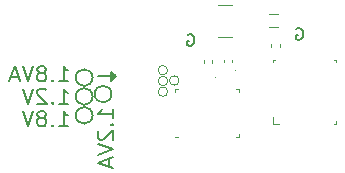
<source format=gbr>
%TF.GenerationSoftware,KiCad,Pcbnew,7.0.6*%
%TF.CreationDate,2023-09-10T10:14:11-04:00*%
%TF.ProjectId,headstage-neuropix1e,68656164-7374-4616-9765-2d6e6575726f,B*%
%TF.SameCoordinates,Original*%
%TF.FileFunction,Legend,Bot*%
%TF.FilePolarity,Positive*%
%FSLAX46Y46*%
G04 Gerber Fmt 4.6, Leading zero omitted, Abs format (unit mm)*
G04 Created by KiCad (PCBNEW 7.0.6) date 2023-09-10 10:14:11*
%MOMM*%
%LPD*%
G01*
G04 APERTURE LIST*
%ADD10C,0.200000*%
%ADD11C,0.150000*%
%ADD12C,0.120000*%
G04 APERTURE END LIST*
D10*
X131100000Y-93000000D02*
X131100000Y-93400000D01*
D11*
X131007107Y-94700000D02*
G75*
G03*
X131007107Y-94700000I-707107J0D01*
G01*
X129407107Y-93307106D02*
G75*
G03*
X129407107Y-93307106I-707107J0D01*
G01*
X129407107Y-96500000D02*
G75*
G03*
X129407107Y-96500000I-707107J0D01*
G01*
D10*
X129900000Y-93200000D02*
X131400000Y-93200000D01*
X131000000Y-93600000D02*
X131400000Y-93200000D01*
X131400000Y-93200000D02*
X131000000Y-92800000D01*
X131000000Y-92800000D02*
X131000000Y-93600000D01*
D11*
X129407107Y-94900000D02*
G75*
G03*
X129407107Y-94900000I-707107J0D01*
G01*
D10*
X146666517Y-89154838D02*
X146761755Y-89107219D01*
X146761755Y-89107219D02*
X146904612Y-89107219D01*
X146904612Y-89107219D02*
X147047469Y-89154838D01*
X147047469Y-89154838D02*
X147142707Y-89250076D01*
X147142707Y-89250076D02*
X147190326Y-89345314D01*
X147190326Y-89345314D02*
X147237945Y-89535790D01*
X147237945Y-89535790D02*
X147237945Y-89678647D01*
X147237945Y-89678647D02*
X147190326Y-89869123D01*
X147190326Y-89869123D02*
X147142707Y-89964361D01*
X147142707Y-89964361D02*
X147047469Y-90059600D01*
X147047469Y-90059600D02*
X146904612Y-90107219D01*
X146904612Y-90107219D02*
X146809374Y-90107219D01*
X146809374Y-90107219D02*
X146666517Y-90059600D01*
X146666517Y-90059600D02*
X146618898Y-90011980D01*
X146618898Y-90011980D02*
X146618898Y-89678647D01*
X146618898Y-89678647D02*
X146809374Y-89678647D01*
X131130504Y-96722054D02*
X131130504Y-95979197D01*
X131130504Y-96350625D02*
X129830504Y-96350625D01*
X129830504Y-96350625D02*
X130016219Y-96226816D01*
X130016219Y-96226816D02*
X130140028Y-96103006D01*
X130140028Y-96103006D02*
X130201933Y-95979197D01*
X131006695Y-97279196D02*
X131068600Y-97341101D01*
X131068600Y-97341101D02*
X131130504Y-97279196D01*
X131130504Y-97279196D02*
X131068600Y-97217292D01*
X131068600Y-97217292D02*
X131006695Y-97279196D01*
X131006695Y-97279196D02*
X131130504Y-97279196D01*
X129954314Y-97836340D02*
X129892409Y-97898244D01*
X129892409Y-97898244D02*
X129830504Y-98022054D01*
X129830504Y-98022054D02*
X129830504Y-98331578D01*
X129830504Y-98331578D02*
X129892409Y-98455387D01*
X129892409Y-98455387D02*
X129954314Y-98517292D01*
X129954314Y-98517292D02*
X130078123Y-98579197D01*
X130078123Y-98579197D02*
X130201933Y-98579197D01*
X130201933Y-98579197D02*
X130387647Y-98517292D01*
X130387647Y-98517292D02*
X131130504Y-97774435D01*
X131130504Y-97774435D02*
X131130504Y-98579197D01*
X129830504Y-98950625D02*
X131130504Y-99383958D01*
X131130504Y-99383958D02*
X129830504Y-99817292D01*
X130759076Y-100188721D02*
X130759076Y-100807768D01*
X131130504Y-100064911D02*
X129830504Y-100498244D01*
X129830504Y-100498244D02*
X131130504Y-100931578D01*
X137466517Y-89654838D02*
X137561755Y-89607219D01*
X137561755Y-89607219D02*
X137704612Y-89607219D01*
X137704612Y-89607219D02*
X137847469Y-89654838D01*
X137847469Y-89654838D02*
X137942707Y-89750076D01*
X137942707Y-89750076D02*
X137990326Y-89845314D01*
X137990326Y-89845314D02*
X138037945Y-90035790D01*
X138037945Y-90035790D02*
X138037945Y-90178647D01*
X138037945Y-90178647D02*
X137990326Y-90369123D01*
X137990326Y-90369123D02*
X137942707Y-90464361D01*
X137942707Y-90464361D02*
X137847469Y-90559600D01*
X137847469Y-90559600D02*
X137704612Y-90607219D01*
X137704612Y-90607219D02*
X137609374Y-90607219D01*
X137609374Y-90607219D02*
X137466517Y-90559600D01*
X137466517Y-90559600D02*
X137418898Y-90511980D01*
X137418898Y-90511980D02*
X137418898Y-90178647D01*
X137418898Y-90178647D02*
X137609374Y-90178647D01*
X126577945Y-95530504D02*
X127320802Y-95530504D01*
X126949374Y-95530504D02*
X126949374Y-94230504D01*
X126949374Y-94230504D02*
X127073183Y-94416219D01*
X127073183Y-94416219D02*
X127196993Y-94540028D01*
X127196993Y-94540028D02*
X127320802Y-94601933D01*
X126020803Y-95406695D02*
X125958898Y-95468600D01*
X125958898Y-95468600D02*
X126020803Y-95530504D01*
X126020803Y-95530504D02*
X126082707Y-95468600D01*
X126082707Y-95468600D02*
X126020803Y-95406695D01*
X126020803Y-95406695D02*
X126020803Y-95530504D01*
X125463659Y-94354314D02*
X125401755Y-94292409D01*
X125401755Y-94292409D02*
X125277945Y-94230504D01*
X125277945Y-94230504D02*
X124968421Y-94230504D01*
X124968421Y-94230504D02*
X124844612Y-94292409D01*
X124844612Y-94292409D02*
X124782707Y-94354314D01*
X124782707Y-94354314D02*
X124720802Y-94478123D01*
X124720802Y-94478123D02*
X124720802Y-94601933D01*
X124720802Y-94601933D02*
X124782707Y-94787647D01*
X124782707Y-94787647D02*
X125525564Y-95530504D01*
X125525564Y-95530504D02*
X124720802Y-95530504D01*
X124349374Y-94230504D02*
X123916041Y-95530504D01*
X123916041Y-95530504D02*
X123482707Y-94230504D01*
X126577945Y-93630504D02*
X127320802Y-93630504D01*
X126949374Y-93630504D02*
X126949374Y-92330504D01*
X126949374Y-92330504D02*
X127073183Y-92516219D01*
X127073183Y-92516219D02*
X127196993Y-92640028D01*
X127196993Y-92640028D02*
X127320802Y-92701933D01*
X126020803Y-93506695D02*
X125958898Y-93568600D01*
X125958898Y-93568600D02*
X126020803Y-93630504D01*
X126020803Y-93630504D02*
X126082707Y-93568600D01*
X126082707Y-93568600D02*
X126020803Y-93506695D01*
X126020803Y-93506695D02*
X126020803Y-93630504D01*
X125216040Y-92887647D02*
X125339850Y-92825742D01*
X125339850Y-92825742D02*
X125401755Y-92763838D01*
X125401755Y-92763838D02*
X125463659Y-92640028D01*
X125463659Y-92640028D02*
X125463659Y-92578123D01*
X125463659Y-92578123D02*
X125401755Y-92454314D01*
X125401755Y-92454314D02*
X125339850Y-92392409D01*
X125339850Y-92392409D02*
X125216040Y-92330504D01*
X125216040Y-92330504D02*
X124968421Y-92330504D01*
X124968421Y-92330504D02*
X124844612Y-92392409D01*
X124844612Y-92392409D02*
X124782707Y-92454314D01*
X124782707Y-92454314D02*
X124720802Y-92578123D01*
X124720802Y-92578123D02*
X124720802Y-92640028D01*
X124720802Y-92640028D02*
X124782707Y-92763838D01*
X124782707Y-92763838D02*
X124844612Y-92825742D01*
X124844612Y-92825742D02*
X124968421Y-92887647D01*
X124968421Y-92887647D02*
X125216040Y-92887647D01*
X125216040Y-92887647D02*
X125339850Y-92949552D01*
X125339850Y-92949552D02*
X125401755Y-93011457D01*
X125401755Y-93011457D02*
X125463659Y-93135266D01*
X125463659Y-93135266D02*
X125463659Y-93382885D01*
X125463659Y-93382885D02*
X125401755Y-93506695D01*
X125401755Y-93506695D02*
X125339850Y-93568600D01*
X125339850Y-93568600D02*
X125216040Y-93630504D01*
X125216040Y-93630504D02*
X124968421Y-93630504D01*
X124968421Y-93630504D02*
X124844612Y-93568600D01*
X124844612Y-93568600D02*
X124782707Y-93506695D01*
X124782707Y-93506695D02*
X124720802Y-93382885D01*
X124720802Y-93382885D02*
X124720802Y-93135266D01*
X124720802Y-93135266D02*
X124782707Y-93011457D01*
X124782707Y-93011457D02*
X124844612Y-92949552D01*
X124844612Y-92949552D02*
X124968421Y-92887647D01*
X124349374Y-92330504D02*
X123916041Y-93630504D01*
X123916041Y-93630504D02*
X123482707Y-92330504D01*
X123111278Y-93259076D02*
X122492231Y-93259076D01*
X123235088Y-93630504D02*
X122801755Y-92330504D01*
X122801755Y-92330504D02*
X122368421Y-93630504D01*
X126577945Y-97430504D02*
X127320802Y-97430504D01*
X126949374Y-97430504D02*
X126949374Y-96130504D01*
X126949374Y-96130504D02*
X127073183Y-96316219D01*
X127073183Y-96316219D02*
X127196993Y-96440028D01*
X127196993Y-96440028D02*
X127320802Y-96501933D01*
X126020803Y-97306695D02*
X125958898Y-97368600D01*
X125958898Y-97368600D02*
X126020803Y-97430504D01*
X126020803Y-97430504D02*
X126082707Y-97368600D01*
X126082707Y-97368600D02*
X126020803Y-97306695D01*
X126020803Y-97306695D02*
X126020803Y-97430504D01*
X125216040Y-96687647D02*
X125339850Y-96625742D01*
X125339850Y-96625742D02*
X125401755Y-96563838D01*
X125401755Y-96563838D02*
X125463659Y-96440028D01*
X125463659Y-96440028D02*
X125463659Y-96378123D01*
X125463659Y-96378123D02*
X125401755Y-96254314D01*
X125401755Y-96254314D02*
X125339850Y-96192409D01*
X125339850Y-96192409D02*
X125216040Y-96130504D01*
X125216040Y-96130504D02*
X124968421Y-96130504D01*
X124968421Y-96130504D02*
X124844612Y-96192409D01*
X124844612Y-96192409D02*
X124782707Y-96254314D01*
X124782707Y-96254314D02*
X124720802Y-96378123D01*
X124720802Y-96378123D02*
X124720802Y-96440028D01*
X124720802Y-96440028D02*
X124782707Y-96563838D01*
X124782707Y-96563838D02*
X124844612Y-96625742D01*
X124844612Y-96625742D02*
X124968421Y-96687647D01*
X124968421Y-96687647D02*
X125216040Y-96687647D01*
X125216040Y-96687647D02*
X125339850Y-96749552D01*
X125339850Y-96749552D02*
X125401755Y-96811457D01*
X125401755Y-96811457D02*
X125463659Y-96935266D01*
X125463659Y-96935266D02*
X125463659Y-97182885D01*
X125463659Y-97182885D02*
X125401755Y-97306695D01*
X125401755Y-97306695D02*
X125339850Y-97368600D01*
X125339850Y-97368600D02*
X125216040Y-97430504D01*
X125216040Y-97430504D02*
X124968421Y-97430504D01*
X124968421Y-97430504D02*
X124844612Y-97368600D01*
X124844612Y-97368600D02*
X124782707Y-97306695D01*
X124782707Y-97306695D02*
X124720802Y-97182885D01*
X124720802Y-97182885D02*
X124720802Y-96935266D01*
X124720802Y-96935266D02*
X124782707Y-96811457D01*
X124782707Y-96811457D02*
X124844612Y-96749552D01*
X124844612Y-96749552D02*
X124968421Y-96687647D01*
X124349374Y-96130504D02*
X123916041Y-97430504D01*
X123916041Y-97430504D02*
X123482707Y-96130504D01*
D12*
%TO.C,L2*%
X145149622Y-89060000D02*
X144350378Y-89060000D01*
X145149622Y-87940000D02*
X144350378Y-87940000D01*
%TO.C,TP5*%
X135760000Y-92680000D02*
G75*
G03*
X135760000Y-92680000I-400000J0D01*
G01*
%TO.C,U1*%
X139750000Y-93230000D02*
X139750000Y-93230000D01*
%TO.C,U8*%
X141500000Y-92700000D02*
X141500000Y-92700000D01*
%TO.C,U9*%
X136390000Y-94290000D02*
X136390000Y-94550000D01*
X136390000Y-94290000D02*
X136650000Y-94290000D01*
X136390000Y-98310000D02*
X136650000Y-98310000D01*
X141810000Y-94290000D02*
X141550000Y-94290000D01*
X141810000Y-94290000D02*
X141810000Y-94550000D01*
X141810000Y-98310000D02*
X141550000Y-98310000D01*
X141810000Y-98310000D02*
X141810000Y-98050000D01*
%TO.C,C6*%
X139550000Y-91822164D02*
X139550000Y-92037836D01*
X138830000Y-91822164D02*
X138830000Y-92037836D01*
%TO.C,TP6*%
X136720000Y-93550000D02*
G75*
G03*
X136720000Y-93550000I-400000J0D01*
G01*
%TO.C,TP3*%
X135770000Y-94500000D02*
G75*
G03*
X135770000Y-94500000I-400000J0D01*
G01*
%TO.C,C18*%
X144540000Y-90707836D02*
X144540000Y-90492164D01*
X145260000Y-90707836D02*
X145260000Y-90492164D01*
%TO.C,TP4*%
X135770000Y-93600000D02*
G75*
G03*
X135770000Y-93600000I-400000J0D01*
G01*
%TO.C,C3*%
X140510000Y-92017836D02*
X140510000Y-91802164D01*
X141230000Y-92017836D02*
X141230000Y-91802164D01*
%TO.C,U5*%
X144650000Y-91800000D02*
X144650000Y-92000000D01*
X144650000Y-91800000D02*
X144850000Y-91800000D01*
X144650000Y-96650001D02*
X144650000Y-97200000D01*
X144650000Y-97200000D02*
X145225000Y-97200000D01*
X149850000Y-91800000D02*
X150050000Y-91800000D01*
X149850000Y-97200000D02*
X150050000Y-97200000D01*
X150050000Y-91800000D02*
X150050000Y-92000000D01*
X150050000Y-97000000D02*
X150050000Y-97200000D01*
%TO.C,L1*%
X139997936Y-87140000D02*
X141202064Y-87140000D01*
X139997936Y-89860000D02*
X141202064Y-89860000D01*
%TD*%
M02*

</source>
